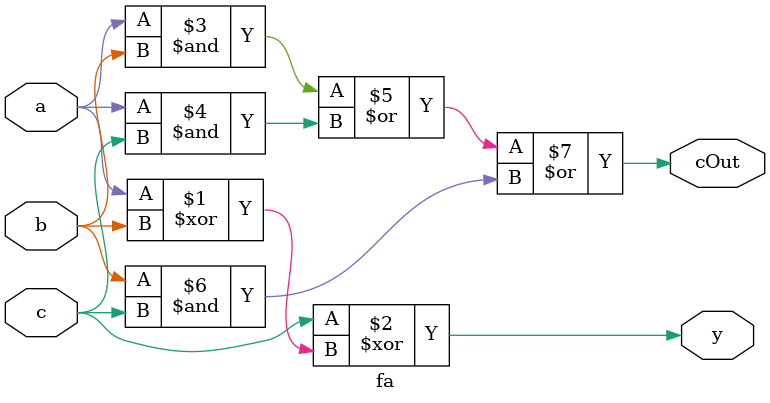
<source format=sv>
/**
    copyright (C) Matthew Hardenburgh
    matthew@hardenburgh.io
*/

/**
    @brief 1-bit full adder
    @output y sum
    @output cOut carry out bit
    @input a single bit aguend
    @input b single bit addend
    @input c carry in bit
*/
module fa(y, cOut, a, b, c);
    input wire a, b, c;
    output wire y, cOut;

    // y = C XOR (A XOR B)
    // cout = BC + AC + AB
    assign #1 y = c^(a^b);
    assign #1 cOut = (a&b) | (a&c) | (b&c);
endmodule
</source>
